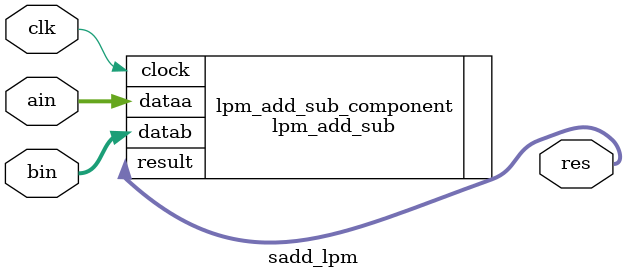
<source format=v>
module sadd_lpm(clk, ain, bin, res);

parameter IN_WIDTH = 8;
//parameter PIPE_DEPTH=2;
parameter PIPE_DEPTH=2;

input clk;
input [IN_WIDTH-1:0] ain;
input [IN_WIDTH-1:0] bin;
output [IN_WIDTH:0] res;


	lpm_add_sub	lpm_add_sub_component (
				.dataa (ain),
				.datab (bin),
				.clock (clk),
				.result (res));
	defparam
		lpm_add_sub_component.lpm_width = IN_WIDTH,
		lpm_add_sub_component.lpm_direction = "ADD",
		lpm_add_sub_component.one_input_is_constant = "NO",
		lpm_add_sub_component.lpm_pipeline = PIPE_DEPTH;

//exemplar attribute lpm_add_sub_component NOOPT TRUE

endmodule
</source>
